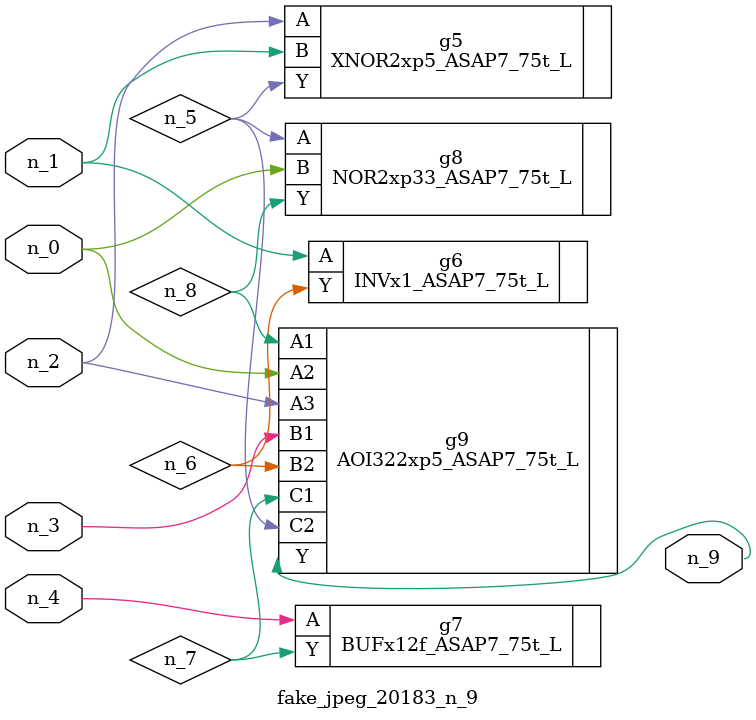
<source format=v>
module fake_jpeg_20183_n_9 (n_3, n_2, n_1, n_0, n_4, n_9);

input n_3;
input n_2;
input n_1;
input n_0;
input n_4;

output n_9;

wire n_8;
wire n_6;
wire n_5;
wire n_7;

XNOR2xp5_ASAP7_75t_L g5 ( 
.A(n_2),
.B(n_1),
.Y(n_5)
);

INVx1_ASAP7_75t_L g6 ( 
.A(n_1),
.Y(n_6)
);

BUFx12f_ASAP7_75t_L g7 ( 
.A(n_4),
.Y(n_7)
);

NOR2xp33_ASAP7_75t_L g8 ( 
.A(n_5),
.B(n_0),
.Y(n_8)
);

AOI322xp5_ASAP7_75t_L g9 ( 
.A1(n_8),
.A2(n_0),
.A3(n_2),
.B1(n_3),
.B2(n_6),
.C1(n_7),
.C2(n_5),
.Y(n_9)
);


endmodule
</source>
